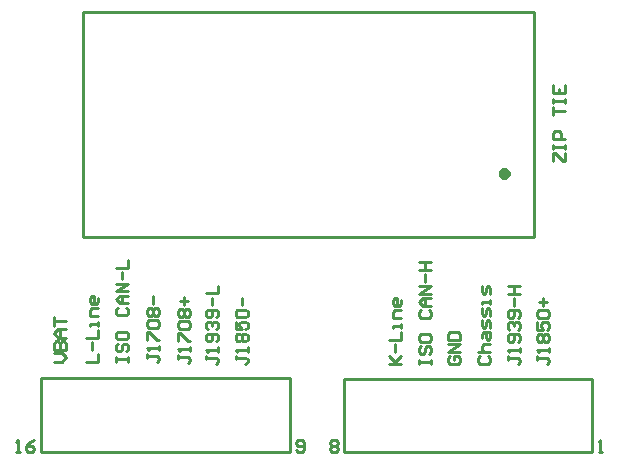
<source format=gto>
%FSTAX23Y23*%
%MOIN*%
%SFA1B1*%

%IPPOS*%
%ADD10C,0.010000*%
%ADD14C,0.020000*%
%LNobdii-bo-1*%
%LPD*%
G54D10*
X00476Y00109D02*
X0198D01*
Y00857*
X00476D02*
X0198D01*
X00476Y00109D02*
Y00857D01*
X01346Y-0061D02*
Y-00365D01*
X02173*
Y-0061D02*
Y-00365D01*
X01346Y-0061D02*
X02173D01*
X00338Y-00608D02*
Y-00363D01*
X01165*
Y-00608D02*
Y-00363D01*
X00338Y-00608D02*
X01165D01*
X00254Y-00608D02*
X00268D01*
X00261*
Y-00568*
X00254Y-00574*
X00314Y-00568D02*
X00301Y-00574D01*
X00288Y-00588*
Y-00601*
X00294Y-00608*
X00308*
X00314Y-00601*
Y-00594*
X00308Y-00588*
X00288*
X013Y-00576D02*
X01307Y-0057D01*
X0132*
X01327Y-00576*
Y-00583*
X0132Y-0059*
X01327Y-00596*
Y-00603*
X0132Y-0061*
X01307*
X013Y-00603*
Y-00596*
X01307Y-0059*
X013Y-00583*
Y-00576*
X01307Y-0059D02*
X0132D01*
X01186Y-00601D02*
X01192Y-00608D01*
X01205*
X01212Y-00601*
Y-00574*
X01205Y-00568*
X01192*
X01186Y-00574*
Y-00581*
X01192Y-00588*
X01212*
X02195Y-00608D02*
X02208D01*
X02201*
Y-00568*
X02195Y-00574*
X02044Y00363D02*
Y00389D01*
X0205*
X02077Y00363*
X02084*
Y00389*
X02044Y00402D02*
Y00416D01*
Y00409*
X02084*
Y00402*
Y00416*
Y00436D02*
X02044D01*
Y00456*
X0205Y00462*
X02064*
X0207Y00456*
Y00436*
X02044Y00516D02*
Y00542D01*
Y00529*
X02084*
X02044Y00556D02*
Y00569D01*
Y00562*
X02084*
Y00556*
Y00569*
X02044Y00616D02*
Y00589D01*
X02084*
Y00616*
X02064Y00589D02*
Y00602D01*
X0038Y-00307D02*
X00406D01*
X0042Y-00293*
X00406Y-0028*
X0038*
Y-00267D02*
X0042D01*
Y-00247*
X00413Y-0024*
X00406*
X004Y-00247*
Y-00267*
Y-00247*
X00393Y-0024*
X00386*
X0038Y-00247*
Y-00267*
X0042Y-00227D02*
X00393D01*
X0038Y-00213*
X00393Y-002*
X0042*
X004*
Y-00227*
X0038Y-00187D02*
Y-0016D01*
Y-00173*
X0042*
X00486Y-0031D02*
X00526D01*
Y-00283*
X00506Y-0027D02*
Y-00243D01*
X00486Y-0023D02*
X00526D01*
Y-00203*
Y-0019D02*
Y-00176D01*
Y-00183*
X00499*
Y-0019*
X00526Y-00156D02*
X00499D01*
Y-00136*
X00506Y-0013*
X00526*
Y-00096D02*
Y-0011D01*
X00519Y-00116*
X00506*
X00499Y-0011*
Y-00096*
X00506Y-0009*
X00512*
Y-00116*
X00587Y-00307D02*
Y-00293D01*
Y-003*
X00627*
Y-00307*
Y-00293*
X00593Y-00247D02*
X00587Y-00253D01*
Y-00267*
X00593Y-00273*
X006*
X00607Y-00267*
Y-00253*
X00613Y-00247*
X0062*
X00627Y-00253*
Y-00267*
X0062Y-00273*
X00587Y-00213D02*
Y-00227D01*
X00593Y-00233*
X0062*
X00627Y-00227*
Y-00213*
X0062Y-00207*
X00593*
X00587Y-00213*
X00593Y-00127D02*
X00587Y-00133D01*
Y-00147*
X00593Y-00153*
X0062*
X00627Y-00147*
Y-00133*
X0062Y-00127*
X00627Y-00113D02*
X006D01*
X00587Y-001*
X006Y-00087*
X00627*
X00607*
Y-00113*
X00627Y-00073D02*
X00587D01*
X00627Y-00047*
X00587*
X00607Y-00033D02*
Y-00007D01*
X00587Y00006D02*
X00627D01*
Y00032*
X00691Y-00283D02*
Y-00296D01*
Y-0029*
X00724*
X00731Y-00296*
Y-00303*
X00724Y-0031*
X00731Y-0027D02*
Y-00256D01*
Y-00263*
X00691*
X00697Y-0027*
X00691Y-00236D02*
Y-0021D01*
X00697*
X00724Y-00236*
X00731*
X00697Y-00196D02*
X00691Y-0019D01*
Y-00176*
X00697Y-0017*
X00724*
X00731Y-00176*
Y-0019*
X00724Y-00196*
X00697*
Y-00156D02*
X00691Y-0015D01*
Y-00136*
X00697Y-0013*
X00704*
X00711Y-00136*
X00717Y-0013*
X00724*
X00731Y-00136*
Y-0015*
X00724Y-00156*
X00717*
X00711Y-0015*
X00704Y-00156*
X00697*
X00711Y-0015D02*
Y-00136D01*
Y-00116D02*
Y-0009D01*
X00793Y-00286D02*
Y-00299D01*
Y-00293*
X00826*
X00833Y-00299*
Y-00306*
X00826Y-00313*
X00833Y-00273D02*
Y-00259D01*
Y-00266*
X00793*
X00799Y-00273*
X00793Y-00239D02*
Y-00213D01*
X00799*
X00826Y-00239*
X00833*
X00799Y-00199D02*
X00793Y-00193D01*
Y-00179*
X00799Y-00173*
X00826*
X00833Y-00179*
Y-00193*
X00826Y-00199*
X00799*
Y-00159D02*
X00793Y-00153D01*
Y-00139*
X00799Y-00133*
X00806*
X00813Y-00139*
X00819Y-00133*
X00826*
X00833Y-00139*
Y-00153*
X00826Y-00159*
X00819*
X00813Y-00153*
X00806Y-00159*
X00799*
X00813Y-00153D02*
Y-00139D01*
Y-00119D02*
Y-00093D01*
X00799Y-00106D02*
X00826D01*
X00886Y-00287D02*
Y-003D01*
Y-00294*
X00919*
X00926Y-003*
Y-00307*
X00919Y-00314*
X00926Y-00274D02*
Y-0026D01*
Y-00267*
X00886*
X00892Y-00274*
X00919Y-0024D02*
X00926Y-00234D01*
Y-0022*
X00919Y-00214*
X00892*
X00886Y-0022*
Y-00234*
X00892Y-0024*
X00899*
X00906Y-00234*
Y-00214*
X00892Y-002D02*
X00886Y-00194D01*
Y-0018*
X00892Y-00174*
X00899*
X00906Y-0018*
Y-00187*
Y-0018*
X00912Y-00174*
X00919*
X00926Y-0018*
Y-00194*
X00919Y-002*
Y-0016D02*
X00926Y-00154D01*
Y-0014*
X00919Y-00134*
X00892*
X00886Y-0014*
Y-00154*
X00892Y-0016*
X00899*
X00906Y-00154*
Y-00134*
Y-0012D02*
Y-00094D01*
X00886Y-0008D02*
X00926D01*
Y-00054*
X00985Y-00287D02*
Y-003D01*
Y-00294*
X01018*
X01025Y-003*
Y-00307*
X01018Y-00314*
X01025Y-00274D02*
Y-0026D01*
Y-00267*
X00985*
X00991Y-00274*
Y-0024D02*
X00985Y-00234D01*
Y-0022*
X00991Y-00214*
X00998*
X01005Y-0022*
X01011Y-00214*
X01018*
X01025Y-0022*
Y-00234*
X01018Y-0024*
X01011*
X01005Y-00234*
X00998Y-0024*
X00991*
X01005Y-00234D02*
Y-0022D01*
X00985Y-00174D02*
Y-002D01*
X01005*
X00998Y-00187*
Y-0018*
X01005Y-00174*
X01018*
X01025Y-0018*
Y-00194*
X01018Y-002*
X00991Y-0016D02*
X00985Y-00154D01*
Y-0014*
X00991Y-00134*
X01018*
X01025Y-0014*
Y-00154*
X01018Y-0016*
X00991*
X01005Y-0012D02*
Y-00094D01*
X01496Y-00315D02*
X01536D01*
X01522*
X01496Y-00288*
X01516Y-00308*
X01536Y-00288*
X01516Y-00275D02*
Y-00248D01*
X01496Y-00235D02*
X01536D01*
Y-00208*
Y-00195D02*
Y-00181D01*
Y-00188*
X01509*
Y-00195*
X01536Y-00161D02*
X01509D01*
Y-00141*
X01516Y-00135*
X01536*
Y-00101D02*
Y-00115D01*
X01529Y-00121*
X01516*
X01509Y-00115*
Y-00101*
X01516Y-00095*
X01522*
Y-00121*
X01596Y-00315D02*
Y-00301D01*
Y-00308*
X01636*
Y-00315*
Y-00301*
X01602Y-00255D02*
X01596Y-00261D01*
Y-00275*
X01602Y-00281*
X01609*
X01616Y-00275*
Y-00261*
X01622Y-00255*
X01629*
X01636Y-00261*
Y-00275*
X01629Y-00281*
X01596Y-00221D02*
Y-00235D01*
X01602Y-00241*
X01629*
X01636Y-00235*
Y-00221*
X01629Y-00215*
X01602*
X01596Y-00221*
X01602Y-00135D02*
X01596Y-00141D01*
Y-00155*
X01602Y-00161*
X01629*
X01636Y-00155*
Y-00141*
X01629Y-00135*
X01636Y-00121D02*
X01609D01*
X01596Y-00108*
X01609Y-00095*
X01636*
X01616*
Y-00121*
X01636Y-00081D02*
X01596D01*
X01636Y-00055*
X01596*
X01616Y-00041D02*
Y-00015D01*
X01596Y-00001D02*
X01636D01*
X01616*
Y00024*
X01596*
X01636*
X017Y-00288D02*
X01694Y-00295D01*
Y-00308*
X017Y-00315*
X01727*
X01734Y-00308*
Y-00295*
X01727Y-00288*
X01714*
Y-00301*
X01734Y-00275D02*
X01694D01*
X01734Y-00248*
X01694*
Y-00235D02*
X01734D01*
Y-00215*
X01727Y-00208*
X017*
X01694Y-00215*
Y-00235*
X018Y-00288D02*
X01794Y-00295D01*
Y-00308*
X018Y-00315*
X01827*
X01834Y-00308*
Y-00295*
X01827Y-00288*
X01794Y-00275D02*
X01834D01*
X01814*
X01807Y-00268*
Y-00255*
X01814Y-00248*
X01834*
X01807Y-00228D02*
Y-00215D01*
X01814Y-00208*
X01834*
Y-00228*
X01827Y-00235*
X0182Y-00228*
Y-00208*
X01834Y-00195D02*
Y-00175D01*
X01827Y-00168*
X0182Y-00175*
Y-00188*
X01814Y-00195*
X01807Y-00188*
Y-00168*
X01834Y-00155D02*
Y-00135D01*
X01827Y-00128*
X0182Y-00135*
Y-00148*
X01814Y-00155*
X01807Y-00148*
Y-00128*
X01834Y-00115D02*
Y-00101D01*
Y-00108*
X01807*
Y-00115*
X01834Y-00081D02*
Y-00061D01*
X01827Y-00055*
X0182Y-00061*
Y-00075*
X01814Y-00081*
X01807Y-00075*
Y-00055*
X01892Y-00288D02*
Y-00301D01*
Y-00295*
X01925*
X01932Y-00301*
Y-00308*
X01925Y-00315*
X01932Y-00275D02*
Y-00261D01*
Y-00268*
X01892*
X01898Y-00275*
X01925Y-00241D02*
X01932Y-00235D01*
Y-00221*
X01925Y-00215*
X01898*
X01892Y-00221*
Y-00235*
X01898Y-00241*
X01905*
X01912Y-00235*
Y-00215*
X01898Y-00201D02*
X01892Y-00195D01*
Y-00181*
X01898Y-00175*
X01905*
X01912Y-00181*
Y-00188*
Y-00181*
X01918Y-00175*
X01925*
X01932Y-00181*
Y-00195*
X01925Y-00201*
Y-00161D02*
X01932Y-00155D01*
Y-00141*
X01925Y-00135*
X01898*
X01892Y-00141*
Y-00155*
X01898Y-00161*
X01905*
X01912Y-00155*
Y-00135*
Y-00121D02*
Y-00095D01*
X01892Y-00081D02*
X01932D01*
X01912*
Y-00055*
X01892*
X01932*
X01989Y-00288D02*
Y-00301D01*
Y-00295*
X02022*
X02029Y-00301*
Y-00308*
X02022Y-00315*
X02029Y-00275D02*
Y-00261D01*
Y-00268*
X01989*
X01995Y-00275*
Y-00241D02*
X01989Y-00235D01*
Y-00221*
X01995Y-00215*
X02002*
X02009Y-00221*
X02015Y-00215*
X02022*
X02029Y-00221*
Y-00235*
X02022Y-00241*
X02015*
X02009Y-00235*
X02002Y-00241*
X01995*
X02009Y-00235D02*
Y-00221D01*
X01989Y-00175D02*
Y-00201D01*
X02009*
X02002Y-00188*
Y-00181*
X02009Y-00175*
X02022*
X02029Y-00181*
Y-00195*
X02022Y-00201*
X01995Y-00161D02*
X01989Y-00155D01*
Y-00141*
X01995Y-00135*
X02022*
X02029Y-00141*
Y-00155*
X02022Y-00161*
X01995*
X02009Y-00121D02*
Y-00095D01*
X01995Y-00108D02*
X02022D01*
G54D14*
X01892Y00318D02*
D01*
X01892Y00318*
X01892Y00319*
X01892Y0032*
X01892Y0032*
X01891Y00321*
X01891Y00322*
X01891Y00322*
X0189Y00323*
X0189Y00323*
X0189Y00324*
X01889Y00324*
X01889Y00325*
X01888Y00325*
X01888Y00326*
X01887Y00326*
X01886Y00326*
X01886Y00327*
X01885Y00327*
X01884Y00327*
X01884Y00327*
X01883Y00327*
X01882Y00327*
X01882*
X01881Y00327*
X0188Y00327*
X0188Y00327*
X01879Y00327*
X01878Y00327*
X01878Y00326*
X01877Y00326*
X01876Y00326*
X01876Y00325*
X01875Y00325*
X01875Y00324*
X01874Y00324*
X01874Y00323*
X01873Y00323*
X01873Y00322*
X01873Y00322*
X01873Y00321*
X01872Y0032*
X01872Y0032*
X01872Y00319*
X01872Y00318*
X01872Y00318*
X01872Y00317*
X01872Y00316*
X01872Y00315*
X01872Y00315*
X01873Y00314*
X01873Y00313*
X01873Y00313*
X01873Y00312*
X01874Y00312*
X01874Y00311*
X01875Y00311*
X01875Y0031*
X01876Y0031*
X01876Y00309*
X01877Y00309*
X01878Y00309*
X01878Y00308*
X01879Y00308*
X0188Y00308*
X0188Y00308*
X01881Y00308*
X01882Y00308*
X01882*
X01883Y00308*
X01884Y00308*
X01884Y00308*
X01885Y00308*
X01886Y00308*
X01886Y00309*
X01887Y00309*
X01888Y00309*
X01888Y0031*
X01889Y0031*
X01889Y00311*
X0189Y00311*
X0189Y00312*
X0189Y00312*
X01891Y00313*
X01891Y00313*
X01891Y00314*
X01892Y00315*
X01892Y00315*
X01892Y00316*
X01892Y00317*
X01892Y00318*
M02*
</source>
